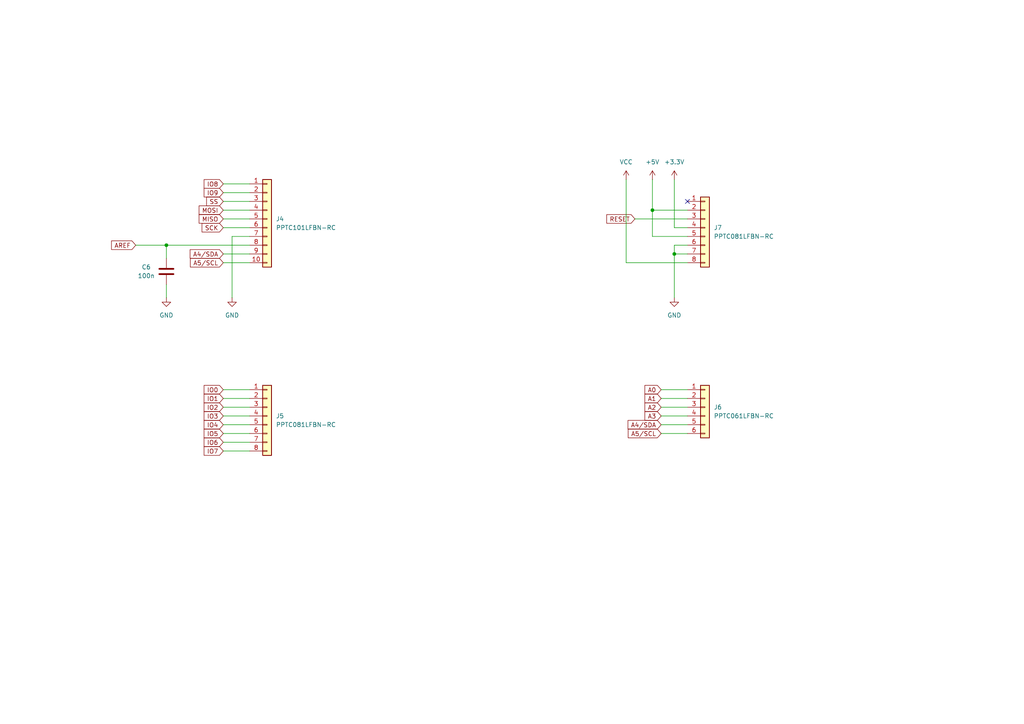
<source format=kicad_sch>
(kicad_sch (version 20231120) (generator "eeschema") (generator_version "8.0")
  (paper "A4")
  (title_block (title "Arduino Uno SMD Headers") (date "2024-05-08") (rev "1") (company "Carlos Sabogal"))
  (lib_symbols
    (symbol "Connector_Generic:Conn_01x06" (pin_names (offset 1.016) hide)
      (property "Reference" "J" (at 0 7.62 0))
      (property "Value" "Conn_01x06" (at 0 -10.16 0))
      (symbol "Conn_01x06_1_1"
        (rectangle (start -1.27 -7.493) (end 0 -7.747) (stroke (width 0.1524)))
        (rectangle (start -1.27 -4.953) (end 0 -5.207) (stroke (width 0.1524)))
        (rectangle (start -1.27 -2.413) (end 0 -2.667) (stroke (width 0.1524)))
        (rectangle (start -1.27 0.127) (end 0 -0.127) (stroke (width 0.1524)))
        (rectangle (start -1.27 2.667) (end 0 2.413) (stroke (width 0.1524)))
        (rectangle (start -1.27 5.207) (end 0 4.953) (stroke (width 0.1524)))
        (rectangle (start -1.27 6.35) (end 1.27 -8.89) (stroke (width 0.254)) (fill (type background)))
        (pin passive line (at -5.08 5.08 0) (length 3.81) (name "Pin_1") (number "1"))
        (pin passive line (at -5.08 2.54 0) (length 3.81) (name "Pin_2") (number "2"))
        (pin passive line (at -5.08 0 0) (length 3.81) (name "Pin_3") (number "3"))
        (pin passive line (at -5.08 -2.54 0) (length 3.81) (name "Pin_4") (number "4"))
        (pin passive line (at -5.08 -5.08 0) (length 3.81) (name "Pin_5") (number "5"))
        (pin passive line (at -5.08 -7.62 0) (length 3.81) (name "Pin_6") (number "6"))
      )
    )
    (symbol "Connector_Generic:Conn_01x08" (pin_names (offset 1.016) hide)
      (property "Reference" "J" (at 0 10.16 0))
      (property "Value" "Conn_01x08" (at 0 -12.7 0))
      (symbol "Conn_01x08_1_1"
        (rectangle (start -1.27 -10.033) (end 0 -10.287) (stroke (width 0.1524)))
        (rectangle (start -1.27 -7.493) (end 0 -7.747) (stroke (width 0.1524)))
        (rectangle (start -1.27 -4.953) (end 0 -5.207) (stroke (width 0.1524)))
        (rectangle (start -1.27 -2.413) (end 0 -2.667) (stroke (width 0.1524)))
        (rectangle (start -1.27 0.127) (end 0 -0.127) (stroke (width 0.1524)))
        (rectangle (start -1.27 2.667) (end 0 2.413) (stroke (width 0.1524)))
        (rectangle (start -1.27 5.207) (end 0 4.953) (stroke (width 0.1524)))
        (rectangle (start -1.27 7.747) (end 0 7.493) (stroke (width 0.1524)))
        (rectangle (start -1.27 8.89) (end 1.27 -11.43) (stroke (width 0.254)) (fill (type background)))
        (pin passive line (at -5.08 7.62 0) (length 3.81) (name "Pin_1") (number "1"))
        (pin passive line (at -5.08 5.08 0) (length 3.81) (name "Pin_2") (number "2"))
        (pin passive line (at -5.08 2.54 0) (length 3.81) (name "Pin_3") (number "3"))
        (pin passive line (at -5.08 0 0) (length 3.81) (name "Pin_4") (number "4"))
        (pin passive line (at -5.08 -2.54 0) (length 3.81) (name "Pin_5") (number "5"))
        (pin passive line (at -5.08 -5.08 0) (length 3.81) (name "Pin_6") (number "6"))
        (pin passive line (at -5.08 -7.62 0) (length 3.81) (name "Pin_7") (number "7"))
        (pin passive line (at -5.08 -10.16 0) (length 3.81) (name "Pin_8") (number "8"))
      )
    )
    (symbol "Connector_Generic:Conn_01x10" (pin_names (offset 1.016) hide)
      (property "Reference" "J" (at 0 12.7 0))
      (property "Value" "Conn_01x10" (at 0 -15.24 0))
      (symbol "Conn_01x10_1_1"
        (rectangle (start -1.27 -12.573) (end 0 -12.827) (stroke (width 0.1524)))
        (rectangle (start -1.27 -10.033) (end 0 -10.287) (stroke (width 0.1524)))
        (rectangle (start -1.27 -7.493) (end 0 -7.747) (stroke (width 0.1524)))
        (rectangle (start -1.27 -4.953) (end 0 -5.207) (stroke (width 0.1524)))
        (rectangle (start -1.27 -2.413) (end 0 -2.667) (stroke (width 0.1524)))
        (rectangle (start -1.27 0.127) (end 0 -0.127) (stroke (width 0.1524)))
        (rectangle (start -1.27 2.667) (end 0 2.413) (stroke (width 0.1524)))
        (rectangle (start -1.27 5.207) (end 0 4.953) (stroke (width 0.1524)))
        (rectangle (start -1.27 7.747) (end 0 7.493) (stroke (width 0.1524)))
        (rectangle (start -1.27 10.287) (end 0 10.033) (stroke (width 0.1524)))
        (rectangle (start -1.27 11.43) (end 1.27 -13.97) (stroke (width 0.254)) (fill (type background)))
        (pin passive line (at -5.08 10.16 0) (length 3.81) (name "Pin_1") (number "1"))
        (pin passive line (at -5.08 -12.7 0) (length 3.81) (name "Pin_10") (number "10"))
        (pin passive line (at -5.08 7.62 0) (length 3.81) (name "Pin_2") (number "2"))
        (pin passive line (at -5.08 5.08 0) (length 3.81) (name "Pin_3") (number "3"))
        (pin passive line (at -5.08 2.54 0) (length 3.81) (name "Pin_4") (number "4"))
        (pin passive line (at -5.08 0 0) (length 3.81) (name "Pin_5") (number "5"))
        (pin passive line (at -5.08 -2.54 0) (length 3.81) (name "Pin_6") (number "6"))
        (pin passive line (at -5.08 -5.08 0) (length 3.81) (name "Pin_7") (number "7"))
        (pin passive line (at -5.08 -7.62 0) (length 3.81) (name "Pin_8") (number "8"))
        (pin passive line (at -5.08 -10.16 0) (length 3.81) (name "Pin_9") (number "9"))
      )
    )
    (symbol "Device:C" (pin_numbers hide) (pin_names (offset 0.254))
      (property "Reference" "C" (at 0.635 2.54 0))
      (property "Value" "C" (at 0.635 -2.54 0))
      (symbol "C_0_1"
        (polyline (pts (xy -2.032 -0.762) (xy 2.032 -0.762)) (stroke (width 0.508)))
        (polyline (pts (xy -2.032 0.762) (xy 2.032 0.762)) (stroke (width 0.508)))
      )
      (symbol "C_1_1"
        (pin passive line (at 0 3.81 270) (length 2.794) (name "~") (number "1"))
        (pin passive line (at 0 -3.81 90) (length 2.794) (name "~") (number "2"))
      )
    )
    (symbol "power:+3.3V" (power) (pin_numbers hide) (pin_names (offset 0) hide)
      (property "Value" "+3.3V" (at 0 3.556 0))
      (symbol "+3.3V_0_1"
        (polyline (pts (xy -0.762 1.27) (xy 0 2.54)))
        (polyline (pts (xy 0 0) (xy 0 2.54)))
        (polyline (pts (xy 0 2.54) (xy 0.762 1.27)))
      )
      (symbol "+3.3V_1_1"
        (pin power_in line (at 0 0 90) (length 0) (name "~") (number "1"))
      )
    )
    (symbol "power:+5V" (power) (pin_numbers hide) (pin_names (offset 0) hide)
      (property "Value" "+5V" (at 0 3.556 0))
      (symbol "+5V_0_1"
        (polyline (pts (xy -0.762 1.27) (xy 0 2.54)))
        (polyline (pts (xy 0 0) (xy 0 2.54)))
        (polyline (pts (xy 0 2.54) (xy 0.762 1.27)))
      )
      (symbol "+5V_1_1"
        (pin power_in line (at 0 0 90) (length 0) (name "~") (number "1"))
      )
    )
    (symbol "power:GND" (power) (pin_numbers hide) (pin_names (offset 0) hide)
      (property "Value" "GND" (at 0 -3.81 0))
      (symbol "GND_0_1"
        (polyline (pts (xy 0 0) (xy 0 -1.27) (xy 1.27 -1.27) (xy 0 -2.54) (xy -1.27 -1.27) (xy 0 -1.27)))
      )
      (symbol "GND_1_1"
        (pin power_in line (at 0 0 270) (length 0) (name "~") (number "1"))
      )
    )
    (symbol "power:VCC" (power) (pin_numbers hide) (pin_names (offset 0) hide)
      (property "Value" "VCC" (at 0 3.556 0))
      (symbol "VCC_0_1"
        (polyline (pts (xy -0.762 1.27) (xy 0 2.54)))
        (polyline (pts (xy 0 0) (xy 0 2.54)))
        (polyline (pts (xy 0 2.54) (xy 0.762 1.27)))
      )
      (symbol "VCC_1_1"
        (pin power_in line (at 0 0 90) (length 0) (name "~") (number "1"))
      )
    )
  )
  (junction (at 189.23 60.96))
  (junction (at 195.58 73.66))
  (junction (at 48.26 71.12))
  (no_connect (at 199.39 58.42))
  (wire (pts (xy 64.77 58.42) (xy 72.39 58.42)))
  (wire (pts (xy 64.77 66.04) (xy 72.39 66.04)))
  (wire (pts (xy 184.15 63.5) (xy 199.39 63.5)))
  (wire (pts (xy 64.77 63.5) (xy 72.39 63.5)))
  (wire (pts (xy 189.23 68.58) (xy 189.23 60.96)))
  (wire (pts (xy 181.61 76.2) (xy 199.39 76.2)))
  (wire (pts (xy 191.77 125.73) (xy 199.39 125.73)))
  (wire (pts (xy 64.77 113.03) (xy 72.39 113.03)))
  (wire (pts (xy 189.23 52.07) (xy 189.23 60.96)))
  (wire (pts (xy 195.58 52.07) (xy 195.58 66.04)))
  (wire (pts (xy 64.77 60.96) (xy 72.39 60.96)))
  (wire (pts (xy 67.31 68.58) (xy 72.39 68.58)))
  (wire (pts (xy 67.31 68.58) (xy 67.31 86.36)))
  (wire (pts (xy 191.77 113.03) (xy 199.39 113.03)))
  (wire (pts (xy 64.77 55.88) (xy 72.39 55.88)))
  (wire (pts (xy 195.58 73.66) (xy 195.58 71.12)))
  (wire (pts (xy 48.26 71.12) (xy 72.39 71.12)))
  (wire (pts (xy 48.26 86.36) (xy 48.26 82.55)))
  (wire (pts (xy 199.39 68.58) (xy 189.23 68.58)))
  (wire (pts (xy 195.58 71.12) (xy 199.39 71.12)))
  (wire (pts (xy 48.26 71.12) (xy 39.37 71.12)))
  (wire (pts (xy 64.77 118.11) (xy 72.39 118.11)))
  (wire (pts (xy 64.77 120.65) (xy 72.39 120.65)))
  (wire (pts (xy 195.58 73.66) (xy 199.39 73.66)))
  (wire (pts (xy 48.26 74.93) (xy 48.26 71.12)))
  (wire (pts (xy 191.77 118.11) (xy 199.39 118.11)))
  (wire (pts (xy 191.77 115.57) (xy 199.39 115.57)))
  (wire (pts (xy 64.77 76.2) (xy 72.39 76.2)))
  (wire (pts (xy 64.77 130.81) (xy 72.39 130.81)))
  (wire (pts (xy 191.77 120.65) (xy 199.39 120.65)))
  (wire (pts (xy 195.58 86.36) (xy 195.58 73.66)))
  (wire (pts (xy 64.77 123.19) (xy 72.39 123.19)))
  (wire (pts (xy 189.23 60.96) (xy 199.39 60.96)))
  (wire (pts (xy 64.77 53.34) (xy 72.39 53.34)))
  (wire (pts (xy 64.77 125.73) (xy 72.39 125.73)))
  (wire (pts (xy 64.77 115.57) (xy 72.39 115.57)))
  (wire (pts (xy 64.77 128.27) (xy 72.39 128.27)))
  (wire (pts (xy 191.77 123.19) (xy 199.39 123.19)))
  (wire (pts (xy 64.77 73.66) (xy 72.39 73.66)))
  (wire (pts (xy 181.61 52.07) (xy 181.61 76.2)))
  (wire (pts (xy 195.58 66.04) (xy 199.39 66.04)))
  (global_label "A5{slash}SCL" (shape input) (at 64.77 76.2 180) (property "Intersheetrefs" "${INTERSHEET_REFS}" (effects (hide yes))))
  (global_label "IO3" (shape input) (at 64.77 120.65 180) (property "Intersheetrefs" "${INTERSHEET_REFS}" (effects (hide yes))))
  (global_label "SS" (shape input) (at 64.77 58.42 180) (property "Intersheetrefs" "${INTERSHEET_REFS}" (effects (hide yes))))
  (global_label "A5{slash}SCL" (shape input) (at 191.77 125.73 180) (property "Intersheetrefs" "${INTERSHEET_REFS}" (effects (hide yes))))
  (global_label "MOSI" (shape input) (at 64.77 60.96 180) (property "Intersheetrefs" "${INTERSHEET_REFS}" (effects (hide yes))))
  (global_label "SCK" (shape input) (at 64.77 66.04 180) (property "Intersheetrefs" "${INTERSHEET_REFS}" (effects (hide yes))))
  (global_label "A3" (shape input) (at 191.77 120.65 180) (property "Intersheetrefs" "${INTERSHEET_REFS}" (effects (hide yes))))
  (global_label "IO2" (shape input) (at 64.77 118.11 180) (property "Intersheetrefs" "${INTERSHEET_REFS}" (effects (hide yes))))
  (global_label "IO1" (shape input) (at 64.77 115.57 180) (property "Intersheetrefs" "${INTERSHEET_REFS}" (effects (hide yes))))
  (global_label "IO7" (shape input) (at 64.77 130.81 180) (property "Intersheetrefs" "${INTERSHEET_REFS}" (effects (hide yes))))
  (global_label "IO6" (shape input) (at 64.77 128.27 180) (property "Intersheetrefs" "${INTERSHEET_REFS}" (effects (hide yes))))
  (global_label "AREF" (shape input) (at 39.37 71.12 180) (property "Intersheetrefs" "${INTERSHEET_REFS}" (effects (hide yes))))
  (global_label "A4{slash}SDA" (shape input) (at 64.77 73.66 180) (property "Intersheetrefs" "${INTERSHEET_REFS}" (effects (hide yes))))
  (global_label "IO0" (shape input) (at 64.77 113.03 180) (property "Intersheetrefs" "${INTERSHEET_REFS}" (effects (hide yes))))
  (global_label "MISO" (shape input) (at 64.77 63.5 180) (property "Intersheetrefs" "${INTERSHEET_REFS}" (effects (hide yes))))
  (global_label "RESET" (shape input) (at 184.15 63.5 180) (property "Intersheetrefs" "${INTERSHEET_REFS}" (effects (hide yes))))
  (global_label "IO9" (shape input) (at 64.77 55.88 180) (property "Intersheetrefs" "${INTERSHEET_REFS}" (effects (hide yes))))
  (global_label "A0" (shape input) (at 191.77 113.03 180) (property "Intersheetrefs" "${INTERSHEET_REFS}" (effects (hide yes))))
  (global_label "A1" (shape input) (at 191.77 115.57 180) (property "Intersheetrefs" "${INTERSHEET_REFS}" (effects (hide yes))))
  (global_label "A2" (shape input) (at 191.77 118.11 180) (property "Intersheetrefs" "${INTERSHEET_REFS}" (effects (hide yes))))
  (global_label "IO4" (shape input) (at 64.77 123.19 180) (property "Intersheetrefs" "${INTERSHEET_REFS}" (effects (hide yes))))
  (global_label "A4{slash}SDA" (shape input) (at 191.77 123.19 180) (property "Intersheetrefs" "${INTERSHEET_REFS}" (effects (hide yes))))
  (global_label "IO8" (shape input) (at 64.77 53.34 180) (property "Intersheetrefs" "${INTERSHEET_REFS}" (effects (hide yes))))
  (global_label "IO5" (shape input) (at 64.77 125.73 180) (property "Intersheetrefs" "${INTERSHEET_REFS}" (effects (hide yes))))
  (symbol (lib_id "power:GND") (at 195.58 86.36 0) (unit 1)
    (property "Reference" "#PWR045" (effects (hide yes)))
    (property "Value" "GND" (at 195.58 91.44 0))
    (property "Description" "Power symbol creates a global label with name \"GND\" , ground" (effects (hide yes)))
  )
  (symbol (lib_id "Device:C") (at 48.26 78.74 0) (unit 1)
    (property "Reference" "C6" (at 42.418 77.47 0))
    (property "Value" "100n" (at 42.418 80.01 0))
    (property "Footprint" "Capacitor_SMD:C_0603_1608Metric" (effects (hide yes)))
    (property "Description" "Unpolarized capacitor" (effects (hide yes)))
  )
  (symbol (lib_id "power:GND") (at 67.31 86.36 0) (unit 1)
    (property "Reference" "#PWR036" (effects (hide yes)))
    (property "Value" "GND" (at 67.31 91.44 0))
    (property "Description" "Power symbol creates a global label with name \"GND\" , ground" (effects (hide yes)))
  )
  (symbol (lib_id "Connector_Generic:Conn_01x08") (at 77.47 120.65 0) (unit 1)
    (property "Reference" "J5" (at 80.01 120.6499 0) (effects (justify left)))
    (property "Value" "PPTC081LFBN-RC" (at 80.01 123.1899 0) (effects (justify left)))
    (property "Footprint" "Connector_PinSocket_2.54mm:PinSocket_1x08_P2.54mm_Vertical" (effects (hide yes)))
    (property "Description" "Generic connector, single row, 01x08, script generated (kicad-library-utils/schlib/autogen/connector/)" (effects (hide yes)))
  )
  (symbol (lib_id "Connector_Generic:Conn_01x10") (at 77.47 63.5 0) (unit 1)
    (property "Reference" "J4" (at 80.01 63.4999 0) (effects (justify left)))
    (property "Value" "PPTC101LFBN-RC" (at 80.01 66.0399 0) (effects (justify left)))
    (property "Footprint" "Connector_PinSocket_2.54mm:PinSocket_1x10_P2.54mm_Vertical" (effects (hide yes)))
    (property "Description" "Generic connector, single row, 01x10, script generated (kicad-library-utils/schlib/autogen/connector/)" (effects (hide yes)))
  )
  (symbol (lib_id "power:GND") (at 48.26 86.36 0) (unit 1)
    (property "Reference" "#PWR034" (effects (hide yes)))
    (property "Value" "GND" (at 48.26 91.44 0))
    (property "Description" "Power symbol creates a global label with name \"GND\" , ground" (effects (hide yes)))
  )
  (symbol (lib_id "Connector_Generic:Conn_01x06") (at 204.47 118.11 0) (unit 1)
    (property "Reference" "J6" (at 207.01 118.1099 0) (effects (justify left)))
    (property "Value" "PPTC061LFBN-RC" (at 207.01 120.6499 0) (effects (justify left)))
    (property "Footprint" "Connector_PinSocket_2.54mm:PinSocket_1x06_P2.54mm_Vertical" (effects (hide yes)))
    (property "Description" "Generic connector, single row, 01x06, script generated (kicad-library-utils/schlib/autogen/connector/)" (effects (hide yes)))
  )
  (symbol (lib_id "power:+3.3V") (at 195.58 52.07 0) (unit 1)
    (property "Reference" "#PWR030" (effects (hide yes)))
    (property "Value" "+3.3V" (at 195.58 46.99 0))
    (property "Description" "Power symbol creates a global label with name \"+3.3V\"" (effects (hide yes)))
  )
  (symbol (lib_id "power:VCC") (at 181.61 52.07 0) (unit 1)
    (property "Reference" "#PWR044" (effects (hide yes)))
    (property "Value" "VCC" (at 181.61 46.99 0))
    (property "Description" "Power symbol creates a global label with name \"VCC\"" (effects (hide yes)))
  )
  (symbol (lib_id "power:+5V") (at 189.23 52.07 0) (unit 1)
    (property "Reference" "#PWR021" (effects (hide yes)))
    (property "Value" "+5V" (at 189.23 46.99 0))
    (property "Description" "Power symbol creates a global label with name \"+5V\"" (effects (hide yes)))
  )
  (symbol (lib_id "Connector_Generic:Conn_01x08") (at 204.47 66.04 0) (unit 1)
    (property "Reference" "J7" (at 207.01 66.0399 0) (effects (justify left)))
    (property "Value" "PPTC081LFBN-RC" (at 207.01 68.5799 0) (effects (justify left)))
    (property "Footprint" "Connector_PinSocket_2.54mm:PinSocket_1x08_P2.54mm_Vertical" (effects (hide yes)))
    (property "Description" "Generic connector, single row, 01x08, script generated (kicad-library-utils/schlib/autogen/connector/)" (effects (hide yes)))
  )
)
</source>
